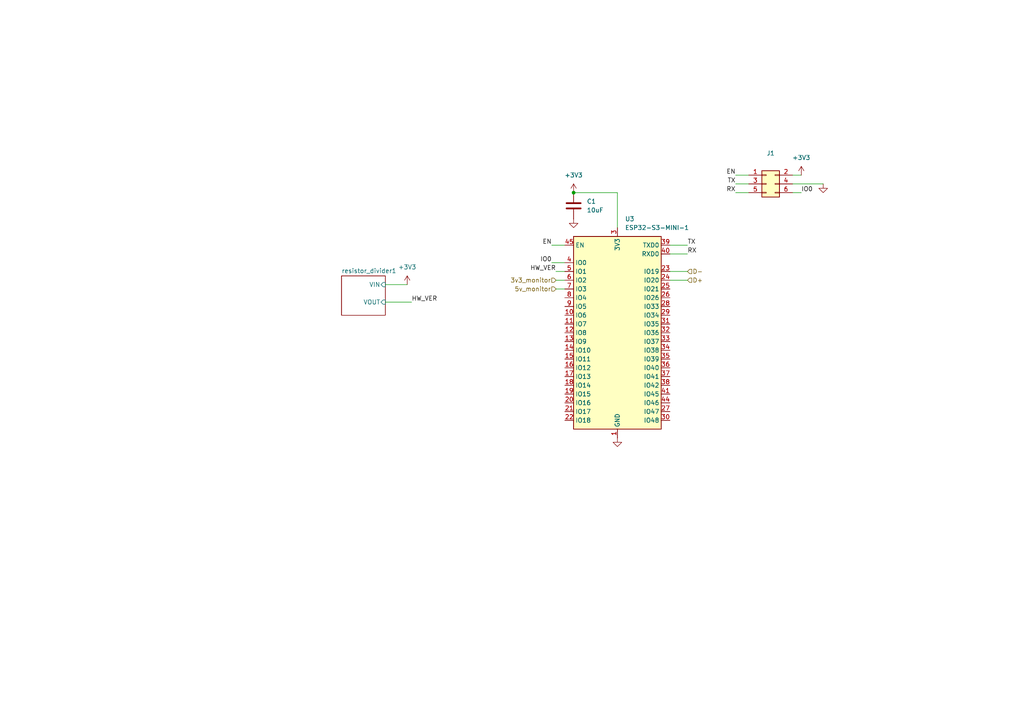
<source format=kicad_sch>
(kicad_sch (version 20250114) (generator "eeschema") (generator_version "9.0")
  (paper "A4")
  (lib_symbols
    (symbol "Connector_Generic:Conn_02x03_Odd_Even" (pin_names (offset 1.016) (hide yes))
      (property "Reference" "J" (at 1.27 5.08 0))
      (property "Value" "Conn_02x03_Odd_Even" (at 1.27 -5.08 0))
      (symbol "Conn_02x03_Odd_Even_1_1"
        (rectangle (start -1.27 3.81) (end 3.81 -3.81) (stroke (width 0.254)) (fill (type background)))
        (rectangle (start -1.27 2.667) (end 0 2.413) (stroke (width 0.1524)))
        (rectangle (start -1.27 0.127) (end 0 -0.127) (stroke (width 0.1524)))
        (rectangle (start -1.27 -2.413) (end 0 -2.667) (stroke (width 0.1524)))
        (rectangle (start 3.81 2.667) (end 2.54 2.413) (stroke (width 0.1524)))
        (rectangle (start 3.81 0.127) (end 2.54 -0.127) (stroke (width 0.1524)))
        (rectangle (start 3.81 -2.413) (end 2.54 -2.667) (stroke (width 0.1524)))
        (pin passive line (at -5.08 2.54 0) (length 3.81) (name "Pin_1") (number "1"))
        (pin passive line (at -5.08 0 0) (length 3.81) (name "Pin_3") (number "3"))
        (pin passive line (at -5.08 -2.54 0) (length 3.81) (name "Pin_5") (number "5"))
        (pin passive line (at 7.62 2.54 180) (length 3.81) (name "Pin_2") (number "2"))
        (pin passive line (at 7.62 0 180) (length 3.81) (name "Pin_4") (number "4"))
        (pin passive line (at 7.62 -2.54 180) (length 3.81) (name "Pin_6") (number "6"))
      )
    )
    (symbol "Device:C" (pin_numbers (hide yes)) (pin_names (offset 0.254))
      (property "Reference" "C" (at 0.635 2.54 0))
      (property "Value" "C" (at 0.635 -2.54 0))
      (symbol "C_0_1"
        (polyline (pts (xy -2.032 0.762) (xy 2.032 0.762)) (stroke (width 0.508)))
        (polyline (pts (xy -2.032 -0.762) (xy 2.032 -0.762)) (stroke (width 0.508)))
      )
      (symbol "C_1_1"
        (pin passive line (at 0 3.81 270) (length 2.794) (name "~") (number "1"))
        (pin passive line (at 0 -3.81 90) (length 2.794) (name "~") (number "2"))
      )
    )
    (symbol "RF_Module:ESP32-S3-MINI-1"
      (property "Reference" "U" (at -11.43 29.21 0))
      (property "Value" "ESP32-S3-MINI-1" (at 12.7 29.21 0))
      (symbol "ESP32-S3-MINI-1_0_1"
        (rectangle (start -12.7 27.94) (end 12.7 -27.94) (stroke (width 0.254)) (fill (type background)))
      )
      (symbol "ESP32-S3-MINI-1_1_1"
        (pin input line (at -15.24 25.4 0) (length 2.54) (name "EN") (number "45"))
        (pin bidirectional line (at -15.24 20.32 0) (length 2.54) (name "IO0") (number "4"))
        (pin bidirectional line (at -15.24 17.78 0) (length 2.54) (name "IO1") (number "5"))
        (pin bidirectional line (at -15.24 15.24 0) (length 2.54) (name "IO2") (number "6"))
        (pin bidirectional line (at -15.24 12.7 0) (length 2.54) (name "IO3") (number "7"))
        (pin bidirectional line (at -15.24 10.16 0) (length 2.54) (name "IO4") (number "8"))
        (pin bidirectional line (at -15.24 7.62 0) (length 2.54) (name "IO5") (number "9"))
        (pin bidirectional line (at -15.24 5.08 0) (length 2.54) (name "IO6") (number "10"))
        (pin bidirectional line (at -15.24 2.54 0) (length 2.54) (name "IO7") (number "11"))
        (pin bidirectional line (at -15.24 0 0) (length 2.54) (name "IO8") (number "12"))
        (pin bidirectional line (at -15.24 -2.54 0) (length 2.54) (name "IO9") (number "13"))
        (pin bidirectional line (at -15.24 -5.08 0) (length 2.54) (name "IO10") (number "14"))
        (pin bidirectional line (at -15.24 -7.62 0) (length 2.54) (name "IO11") (number "15"))
        (pin bidirectional line (at -15.24 -10.16 0) (length 2.54) (name "IO12") (number "16"))
        (pin bidirectional line (at -15.24 -12.7 0) (length 2.54) (name "IO13") (number "17"))
        (pin bidirectional line (at -15.24 -15.24 0) (length 2.54) (name "IO14") (number "18"))
        (pin bidirectional line (at -15.24 -17.78 0) (length 2.54) (name "IO15") (number "19"))
        (pin bidirectional line (at -15.24 -20.32 0) (length 2.54) (name "IO16") (number "20"))
        (pin bidirectional line (at -15.24 -22.86 0) (length 2.54) (name "IO17") (number "21"))
        (pin bidirectional line (at -15.24 -25.4 0) (length 2.54) (name "IO18") (number "22"))
        (pin power_in line (at 0 30.48 270) (length 2.54) (name "3V3") (number "3"))
        (pin power_in line (at 0 -30.48 90) (length 2.54) (name "GND") (number "1"))
        (pin passive line (at 0 -30.48 90) (length 2.54) (hide yes) (name "GND") (number "2"))
        (pin passive line (at 0 -30.48 90) (length 2.54) (hide yes) (name "GND") (number "42"))
        (pin passive line (at 0 -30.48 90) (length 2.54) (hide yes) (name "GND") (number "43"))
        (pin passive line (at 0 -30.48 90) (length 2.54) (hide yes) (name "GND") (number "46"))
        (pin passive line (at 0 -30.48 90) (length 2.54) (hide yes) (name "GND") (number "47"))
        (pin passive line (at 0 -30.48 90) (length 2.54) (hide yes) (name "GND") (number "48"))
        (pin passive line (at 0 -30.48 90) (length 2.54) (hide yes) (name "GND") (number "49"))
        (pin passive line (at 0 -30.48 90) (length 2.54) (hide yes) (name "GND") (number "50"))
        (pin passive line (at 0 -30.48 90) (length 2.54) (hide yes) (name "GND") (number "51"))
        (pin passive line (at 0 -30.48 90) (length 2.54) (hide yes) (name "GND") (number "52"))
        (pin passive line (at 0 -30.48 90) (length 2.54) (hide yes) (name "GND") (number "53"))
        (pin passive line (at 0 -30.48 90) (length 2.54) (hide yes) (name "GND") (number "54"))
        (pin passive line (at 0 -30.48 90) (length 2.54) (hide yes) (name "GND") (number "55"))
        (pin passive line (at 0 -30.48 90) (length 2.54) (hide yes) (name "GND") (number "56"))
        (pin passive line (at 0 -30.48 90) (length 2.54) (hide yes) (name "GND") (number "57"))
        (pin passive line (at 0 -30.48 90) (length 2.54) (hide yes) (name "GND") (number "58"))
        (pin passive line (at 0 -30.48 90) (length 2.54) (hide yes) (name "GND") (number "59"))
        (pin passive line (at 0 -30.48 90) (length 2.54) (hide yes) (name "GND") (number "60"))
        (pin passive line (at 0 -30.48 90) (length 2.54) (hide yes) (name "GND") (number "61"))
        (pin passive line (at 0 -30.48 90) (length 2.54) (hide yes) (name "GND") (number "62"))
        (pin passive line (at 0 -30.48 90) (length 2.54) (hide yes) (name "GND") (number "63"))
        (pin passive line (at 0 -30.48 90) (length 2.54) (hide yes) (name "GND") (number "64"))
        (pin passive line (at 0 -30.48 90) (length 2.54) (hide yes) (name "GND") (number "65"))
        (pin bidirectional line (at 15.24 25.4 180) (length 2.54) (name "TXD0") (number "39"))
        (pin bidirectional line (at 15.24 22.86 180) (length 2.54) (name "RXD0") (number "40"))
        (pin bidirectional line (at 15.24 17.78 180) (length 2.54) (name "IO19") (number "23"))
        (pin bidirectional line (at 15.24 15.24 180) (length 2.54) (name "IO20") (number "24"))
        (pin bidirectional line (at 15.24 12.7 180) (length 2.54) (name "IO21") (number "25"))
        (pin bidirectional line (at 15.24 10.16 180) (length 2.54) (name "IO26") (number "26"))
        (pin bidirectional line (at 15.24 7.62 180) (length 2.54) (name "IO33") (number "28"))
        (pin bidirectional line (at 15.24 5.08 180) (length 2.54) (name "IO34") (number "29"))
        (pin bidirectional line (at 15.24 2.54 180) (length 2.54) (name "IO35") (number "31"))
        (pin bidirectional line (at 15.24 0 180) (length 2.54) (name "IO36") (number "32"))
        (pin bidirectional line (at 15.24 -2.54 180) (length 2.54) (name "IO37") (number "33"))
        (pin bidirectional line (at 15.24 -5.08 180) (length 2.54) (name "IO38") (number "34"))
        (pin bidirectional line (at 15.24 -7.62 180) (length 2.54) (name "IO39") (number "35"))
        (pin bidirectional line (at 15.24 -10.16 180) (length 2.54) (name "IO40") (number "36"))
        (pin bidirectional line (at 15.24 -12.7 180) (length 2.54) (name "IO41") (number "37"))
        (pin bidirectional line (at 15.24 -15.24 180) (length 2.54) (name "IO42") (number "38"))
        (pin bidirectional line (at 15.24 -17.78 180) (length 2.54) (name "IO45") (number "41"))
        (pin bidirectional line (at 15.24 -20.32 180) (length 2.54) (name "IO46") (number "44"))
        (pin bidirectional line (at 15.24 -22.86 180) (length 2.54) (name "IO47") (number "27"))
        (pin bidirectional line (at 15.24 -25.4 180) (length 2.54) (name "IO48") (number "30"))
      )
    )
    (symbol "power:+3V3" (power) (pin_numbers (hide yes)) (pin_names (offset 0) (hide yes))
      (property "Value" "+3V3" (at 0 3.556 0))
      (symbol "+3V3_0_1"
        (polyline (pts (xy -0.762 1.27) (xy 0 2.54)))
        (polyline (pts (xy 0 2.54) (xy 0.762 1.27)))
        (polyline (pts (xy 0 0) (xy 0 2.54)))
      )
      (symbol "+3V3_1_1"
        (pin power_in line (at 0 0 90) (length 0) (name "~") (number "1"))
      )
    )
    (symbol "power:GND" (power) (pin_numbers (hide yes)) (pin_names (offset 0) (hide yes))
      (property "Value" "GND" (at 0 -3.81 0))
      (symbol "GND_0_1"
        (polyline (pts (xy 0 0) (xy 0 -1.27) (xy 1.27 -1.27) (xy 0 -2.54) (xy -1.27 -1.27) (xy 0 -1.27)))
      )
      (symbol "GND_1_1"
        (pin power_in line (at 0 0 270) (length 0) (name "~") (number "1"))
      )
    )
  )
  (junction (at 166.37 55.88))
  (wire (pts (xy 229.87 53.34) (xy 238.76 53.34)))
  (wire (pts (xy 213.36 53.34) (xy 217.17 53.34)))
  (wire (pts (xy 161.29 83.82) (xy 163.83 83.82)))
  (wire (pts (xy 179.07 55.88) (xy 179.07 66.04)))
  (wire (pts (xy 111.76 82.55) (xy 118.11 82.55)))
  (wire (pts (xy 229.87 55.88) (xy 232.41 55.88)))
  (wire (pts (xy 161.2358 78.74) (xy 163.83 78.74)))
  (wire (pts (xy 160.02 76.2) (xy 163.83 76.2)))
  (wire (pts (xy 199.39 78.74) (xy 194.31 78.74)))
  (wire (pts (xy 194.31 73.66) (xy 199.39 73.66)))
  (wire (pts (xy 194.31 71.12) (xy 199.39 71.12)))
  (wire (pts (xy 161.29 81.28) (xy 163.83 81.28)))
  (wire (pts (xy 229.87 50.8) (xy 232.41 50.8)))
  (wire (pts (xy 111.76 87.63) (xy 119.38 87.63)))
  (wire (pts (xy 179.07 55.88) (xy 166.37 55.88)))
  (wire (pts (xy 213.36 50.8) (xy 217.17 50.8)))
  (wire (pts (xy 199.39 81.28) (xy 194.31 81.28)))
  (wire (pts (xy 160.02 71.12) (xy 163.83 71.12)))
  (wire (pts (xy 213.36 55.88) (xy 217.17 55.88)))
  (label "TX" (at 199.39 71.12 0))
  (label "HW_VER" (at 119.38 87.63 0))
  (label "RX" (at 199.39 73.66 0))
  (label "HW_VER" (at 161.2358 78.74 180))
  (label "RX" (at 213.36 55.88 180))
  (label "IO0" (at 160.02 76.2 180))
  (label "IO0" (at 232.41 55.88 0))
  (label "EN" (at 160.02 71.12 180))
  (label "EN" (at 213.36 50.8 180))
  (label "TX" (at 213.36 53.34 180))
  (hierarchical_label "5v_monitor" (shape input) (at 161.29 83.82 180))
  (hierarchical_label "3v3_monitor" (shape input) (at 161.29 81.28 180))
  (hierarchical_label "D-" (shape input) (at 199.39 78.74 0))
  (hierarchical_label "D+" (shape input) (at 199.39 81.28 0))
  (symbol (lib_id "power:GND") (at 166.37 63.5 0) (unit 1)
    (property "Reference" "#PWR02" (effects (hide yes)))
    (property "Value" "GND" (effects (hide yes)))
    (property "Description" "Power symbol creates a global label with name \"GND\" , ground" (effects (hide yes)))
  )
  (symbol (lib_id "RF_Module:ESP32-S3-MINI-1") (at 179.07 96.52 0) (unit 1)
    (property "Reference" "U3" (at 181.2641 63.5 0) (effects (justify left)))
    (property "Value" "ESP32-S3-MINI-1" (at 181.2641 66.04 0) (effects (justify left)))
    (property "Footprint" "RF_Module:ESP32-S2-MINI-1" (effects (hide yes)))
    (property "Datasheet" "https://www.espressif.com/sites/default/files/documentation/esp32-s3-mini-1_mini-1u_datasheet_en.pdf" (effects (hide yes)))
    (property "Description" "RF Module, ESP32-S3 SoC, Wi-Fi 802.11b/g/n, Bluetooth, BLE, 32-bit, 3.3V, SMD, onboard antenna" (effects (hide yes)))
  )
  (symbol (lib_id "power:GND") (at 179.07 127 0) (unit 1)
    (property "Reference" "#PWR04" (effects (hide yes)))
    (property "Value" "GND" (effects (hide yes)))
    (property "Description" "Power symbol creates a global label with name \"GND\" , ground" (effects (hide yes)))
  )
  (symbol (lib_id "Connector_Generic:Conn_02x03_Odd_Even") (at 222.25 53.34 0) (unit 1)
    (property "Reference" "J1" (at 223.52 44.45 0))
    (property "Value" "Conn_02x03_Odd_Even" (effects (hide yes)))
    (property "Footprint" "Connector_IDC:IDC-Header_2x03_P2.54mm_Vertical" (effects (hide yes)))
    (property "Description" "Generic connector, double row, 02x03, odd/even pin numbering scheme (row 1 odd numbers, row 2 even numbers), script generated (kicad-library-utils/schlib/autogen/connector/)" (effects (hide yes)))
  )
  (symbol (lib_id "Device:C") (at 166.37 59.69 0) (unit 1)
    (property "Reference" "C1" (at 170.18 58.4199 0) (effects (justify left)))
    (property "Value" "10uF" (at 170.18 60.9599 0) (effects (justify left)))
    (property "Footprint" "Capacitor_SMD:C_0603_1608Metric" (effects (hide yes)))
    (property "Description" "Unpolarized capacitor" (effects (hide yes)))
  )
  (symbol (lib_id "power:GND") (at 238.76 53.34 0) (unit 1)
    (property "Reference" "#PWR010" (effects (hide yes)))
    (property "Value" "GND" (effects (hide yes)))
    (property "Description" "Power symbol creates a global label with name \"GND\" , ground" (effects (hide yes)))
  )
  (symbol (lib_id "power:+3V3") (at 118.11 82.55 0) (unit 1)
    (property "Reference" "#PWR046" (effects (hide yes)))
    (property "Value" "+3V3" (at 118.11 77.47 0))
    (property "Description" "Power symbol creates a global label with name \"+3V3\"" (effects (hide yes)))
  )
  (symbol (lib_id "power:+3V3") (at 166.37 55.88 0) (unit 1)
    (property "Reference" "#PWR01" (effects (hide yes)))
    (property "Value" "+3V3" (at 166.37 50.8 0))
    (property "Description" "Power symbol creates a global label with name \"+3V3\"" (effects (hide yes)))
  )
  (symbol (lib_id "power:+3V3") (at 232.41 50.8 0) (unit 1)
    (property "Reference" "#PWR05" (effects (hide yes)))
    (property "Value" "+3V3" (at 232.41 45.72 0))
    (property "Description" "Power symbol creates a global label with name \"+3V3\"" (effects (hide yes)))
  )
  (sheet (at 99.06 80.01) (size 12.7 11.43) (stroke (width 0.1524))
    (property "Sheetname" "resistor_divider1" (at 99.06 79.2984 0) (effects (justify left bottom)))
    (property "Sheetfile" "resistor_divider.kicad_sch" (effects (hide yes)))
    (pin "VIN" input (at 111.76 82.55 0))
    (pin "VOUT" input (at 111.76 87.63 0))
  )
)
</source>
